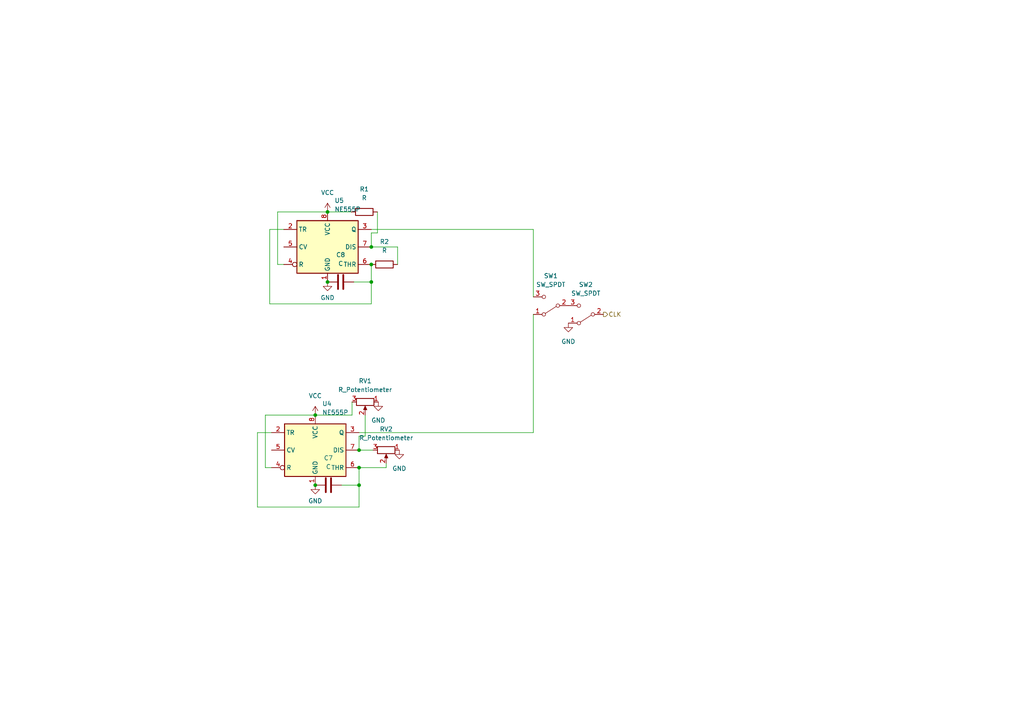
<source format=kicad_sch>
(kicad_sch (version 20211123) (generator eeschema)
  (paper "A4")
  (lib_symbols
    (symbol "Device:C" (pin_numbers hide) (pin_names (offset 0.254))
      (property "Reference" "C" (at 0.635 2.54 0))
      (property "Value" "C" (at 0.635 -2.54 0))
      (symbol "C_0_1"
        (polyline (pts (xy -2.032 -0.762) (xy 2.032 -0.762)) (stroke (width 0.508)))
        (polyline (pts (xy -2.032 0.762) (xy 2.032 0.762)) (stroke (width 0.508)))
      )
      (symbol "C_1_1"
        (pin passive line (at 0 3.81 270) (length 2.794) (name "~") (number "1"))
        (pin passive line (at 0 -3.81 90) (length 2.794) (name "~") (number "2"))
      )
    )
    (symbol "Device:R" (pin_numbers hide) (pin_names (offset 0))
      (property "Reference" "R" (at 2.032 0 90))
      (property "Value" "R" (at 0 0 90))
      (symbol "R_0_1"
        (rectangle (start -1.016 -2.54) (end 1.016 2.54) (stroke (width 0.254)))
      )
      (symbol "R_1_1"
        (pin passive line (at 0 3.81 270) (length 1.27) (name "~") (number "1"))
        (pin passive line (at 0 -3.81 90) (length 1.27) (name "~") (number "2"))
      )
    )
    (symbol "Device:R_Potentiometer" (pin_names (offset 1.016) hide)
      (property "Reference" "RV" (at -4.445 0 90))
      (property "Value" "R_Potentiometer" (at -2.54 0 90))
      (symbol "R_Potentiometer_0_1"
        (polyline (pts (xy 2.54 0) (xy 1.524 0)))
        (polyline (pts (xy 1.143 0) (xy 2.286 0.508) (xy 2.286 -0.508) (xy 1.143 0)) (fill (type outline)))
        (rectangle (start 1.016 2.54) (end -1.016 -2.54) (stroke (width 0.254)))
      )
      (symbol "R_Potentiometer_1_1"
        (pin passive line (at 0 3.81 270) (length 1.27) (name "1") (number "1"))
        (pin passive line (at 3.81 0 180) (length 1.27) (name "2") (number "2"))
        (pin passive line (at 0 -3.81 90) (length 1.27) (name "3") (number "3"))
      )
    )
    (symbol "Switch:SW_SPDT" (pin_names (offset 0) hide)
      (property "Reference" "SW" (at 0 4.318 0))
      (property "Value" "SW_SPDT" (at 0 -5.08 0))
      (symbol "SW_SPDT_0_0"
        (circle (center -2.032 0) (radius 0.508))
        (circle (center 2.032 -2.54) (radius 0.508))
      )
      (symbol "SW_SPDT_0_1"
        (polyline (pts (xy -1.524 0.254) (xy 1.651 2.286)))
        (circle (center 2.032 2.54) (radius 0.508))
      )
      (symbol "SW_SPDT_1_1"
        (pin passive line (at 5.08 2.54 180) (length 2.54) (name "A") (number "1"))
        (pin passive line (at -5.08 0 0) (length 2.54) (name "B") (number "2"))
        (pin passive line (at 5.08 -2.54 180) (length 2.54) (name "C") (number "3"))
      )
    )
    (symbol "Timer:NE555P"
      (property "Reference" "U" (at -10.16 8.89 0))
      (property "Value" "NE555P" (at 2.54 8.89 0))
      (symbol "NE555P_0_0"
        (pin power_in line (at 0 -10.16 90) (length 2.54) (name "GND") (number "1"))
        (pin power_in line (at 0 10.16 270) (length 2.54) (name "VCC") (number "8"))
      )
      (symbol "NE555P_0_1"
        (rectangle (start -8.89 -7.62) (end 8.89 7.62) (stroke (width 0.254)) (fill (type background)))
        (rectangle (start -8.89 -7.62) (end 8.89 7.62) (stroke (width 0.254)) (fill (type background)))
      )
      (symbol "NE555P_1_1"
        (pin input line (at -12.7 5.08 0) (length 3.81) (name "TR") (number "2"))
        (pin output line (at 12.7 5.08 180) (length 3.81) (name "Q") (number "3"))
        (pin input inverted (at -12.7 -5.08 0) (length 3.81) (name "R") (number "4"))
        (pin input line (at -12.7 0 0) (length 3.81) (name "CV") (number "5"))
        (pin input line (at 12.7 -5.08 180) (length 3.81) (name "THR") (number "6"))
        (pin input line (at 12.7 0 180) (length 3.81) (name "DIS") (number "7"))
      )
    )
    (symbol "power:GND" (power) (pin_names (offset 0))
      (property "Value" "GND" (at 0 -3.81 0))
      (symbol "GND_0_1"
        (polyline (pts (xy 0 0) (xy 0 -1.27) (xy 1.27 -1.27) (xy 0 -2.54) (xy -1.27 -1.27) (xy 0 -1.27)))
      )
      (symbol "GND_1_1"
        (pin power_in line (at 0 0 270) (length 0) hide (name "GND") (number "1"))
      )
    )
    (symbol "power:VCC" (power) (pin_names (offset 0))
      (property "Value" "VCC" (at 0 3.81 0))
      (symbol "VCC_0_1"
        (polyline (pts (xy -0.762 1.27) (xy 0 2.54)))
        (polyline (pts (xy 0 0) (xy 0 2.54)))
        (polyline (pts (xy 0 2.54) (xy 0.762 1.27)))
      )
      (symbol "VCC_1_1"
        (pin power_in line (at 0 0 90) (length 0) hide (name "VCC") (number "1"))
      )
    )
  )
  (junction (at 104.14 135.636))
  (junction (at 107.696 76.708))
  (junction (at 104.14 130.556))
  (junction (at 91.44 140.716))
  (junction (at 107.696 81.788))
  (junction (at 107.696 71.628))
  (junction (at 91.44 120.396))
  (junction (at 104.14 140.716))
  (junction (at 94.996 81.788))
  (junction (at 94.996 61.468))
  (wire (pts (xy 107.696 71.628) (xy 115.316 71.628)))
  (wire (pts (xy 107.696 67.564) (xy 109.474 67.564)))
  (wire (pts (xy 115.316 71.628) (xy 115.316 76.708)))
  (wire (pts (xy 104.14 130.556) (xy 108.204 130.556)))
  (wire (pts (xy 104.14 126.492) (xy 105.918 126.492)))
  (wire (pts (xy 154.686 66.548) (xy 107.696 66.548)))
  (wire (pts (xy 107.696 81.788) (xy 107.696 88.138)))
  (wire (pts (xy 76.962 120.396) (xy 91.44 120.396)))
  (wire (pts (xy 107.696 88.138) (xy 78.232 88.138)))
  (wire (pts (xy 80.518 76.708) (xy 80.518 61.468)))
  (wire (pts (xy 104.14 147.066) (xy 74.676 147.066)))
  (wire (pts (xy 94.996 61.468) (xy 101.854 61.468)))
  (wire (pts (xy 112.014 135.636) (xy 104.14 135.636)))
  (wire (pts (xy 104.14 135.636) (xy 104.14 140.716)))
  (wire (pts (xy 109.474 67.564) (xy 109.474 61.468)))
  (wire (pts (xy 104.14 125.476) (xy 154.686 125.476)))
  (wire (pts (xy 102.616 81.788) (xy 107.696 81.788)))
  (wire (pts (xy 107.696 76.708) (xy 107.696 81.788)))
  (wire (pts (xy 91.44 120.396) (xy 102.108 120.396)))
  (wire (pts (xy 74.676 147.066) (xy 74.676 125.476)))
  (wire (pts (xy 82.296 76.708) (xy 80.518 76.708)))
  (wire (pts (xy 78.232 66.548) (xy 82.296 66.548)))
  (wire (pts (xy 107.696 71.628) (xy 107.696 67.564)))
  (wire (pts (xy 104.14 130.556) (xy 104.14 126.492)))
  (wire (pts (xy 105.918 126.492) (xy 105.918 120.396)))
  (wire (pts (xy 78.232 88.138) (xy 78.232 66.548)))
  (wire (pts (xy 104.14 140.716) (xy 104.14 147.066)))
  (wire (pts (xy 74.676 125.476) (xy 78.74 125.476)))
  (wire (pts (xy 80.518 61.468) (xy 94.996 61.468)))
  (wire (pts (xy 154.686 125.476) (xy 154.686 91.186)))
  (wire (pts (xy 99.06 140.716) (xy 104.14 140.716)))
  (wire (pts (xy 102.108 116.586) (xy 102.108 120.396)))
  (wire (pts (xy 112.014 134.366) (xy 112.014 135.636)))
  (wire (pts (xy 78.74 135.636) (xy 76.962 135.636)))
  (wire (pts (xy 154.686 86.106) (xy 154.686 66.548)))
  (wire (pts (xy 76.962 135.636) (xy 76.962 120.396)))
  (hierarchical_label "CLK" (shape output) (at 175.006 91.186 0))
  (symbol (lib_id "power:GND") (at 94.996 81.788 0) (unit 1)
    (property "Reference" "#PWR0118" (effects hide))
    (property "Value" "GND" (at 94.996 86.36 0))
  )
  (symbol (lib_id "Device:C") (at 98.806 81.788 90) (unit 1)
    (property "Reference" "C8" (at 98.806 73.914 90))
    (property "Value" "C" (at 98.806 76.454 90))
    (property "Footprint" "Capacitor_THT:C_Disc_D3.0mm_W2.0mm_P2.50mm" (effects hide))
  )
  (symbol (lib_id "Timer:NE555P") (at 91.44 130.556 0) (unit 1)
    (property "Reference" "U4" (at 93.4594 117.094 0) (effects (justify left)))
    (property "Value" "NE555P" (at 93.4594 119.634 0) (effects (justify left)))
    (property "Footprint" "Package_DIP:DIP-8_W7.62mm" (effects hide))
    (property "Datasheet" "http://www.ti.com/lit/ds/symlink/ne555.pdf" (effects hide))
  )
  (symbol (lib_id "Device:C") (at 95.25 140.716 90) (unit 1)
    (property "Reference" "C7" (at 95.25 132.842 90))
    (property "Value" "C" (at 95.25 135.382 90))
    (property "Footprint" "Capacitor_THT:C_Disc_D3.0mm_W2.0mm_P2.50mm" (effects hide))
  )
  (symbol (lib_id "Switch:SW_SPDT") (at 159.766 88.646 180) (unit 1)
    (property "Reference" "SW1" (at 159.766 80.01 0))
    (property "Value" "SW_SPDT" (at 159.766 82.55 0))
    (property "Footprint" "Button_Switch_THT:SW_CuK_OS102011MA1QN1_SPDT_Angled" (effects hide))
  )
  (symbol (lib_id "power:GND") (at 164.846 93.726 0) (unit 1)
    (property "Reference" "#PWR0124" (effects hide))
    (property "Value" "GND" (at 164.846 99.06 0))
  )
  (symbol (lib_id "power:GND") (at 91.44 140.716 0) (unit 1)
    (property "Reference" "#PWR0119" (effects hide))
    (property "Value" "GND" (at 91.44 145.288 0))
  )
  (symbol (lib_id "Timer:NE555P") (at 94.996 71.628 0) (unit 1)
    (property "Reference" "U5" (at 97.0154 58.166 0) (effects (justify left)))
    (property "Value" "NE555P" (at 97.0154 60.706 0) (effects (justify left)))
    (property "Footprint" "Package_DIP:DIP-8_W7.62mm" (effects hide))
    (property "Datasheet" "http://www.ti.com/lit/ds/symlink/ne555.pdf" (effects hide))
  )
  (symbol (lib_id "power:VCC") (at 91.44 120.396 0) (unit 1)
    (property "Reference" "#PWR0122" (effects hide))
    (property "Value" "VCC" (at 91.44 114.808 0))
  )
  (symbol (lib_id "Switch:SW_SPDT") (at 169.926 91.186 180) (unit 1)
    (property "Reference" "SW2" (at 169.926 82.55 0))
    (property "Value" "SW_SPDT" (at 169.926 85.09 0))
    (property "Footprint" "Button_Switch_THT:SW_CuK_OS102011MA1QN1_SPDT_Angled" (effects hide))
  )
  (symbol (lib_id "Device:R_Potentiometer") (at 112.014 130.556 270) (unit 1)
    (property "Reference" "RV2" (at 112.014 124.46 90))
    (property "Value" "R_Potentiometer" (at 112.014 127 90))
    (property "Footprint" "Potentiometer_THT:Potentiometer_ACP_CA9-V10_Vertical" (effects hide))
  )
  (symbol (lib_id "power:VCC") (at 94.996 61.468 0) (unit 1)
    (property "Reference" "#PWR0123" (effects hide))
    (property "Value" "VCC" (at 94.996 55.88 0))
  )
  (symbol (lib_id "Device:R") (at 105.664 61.468 90) (unit 1)
    (property "Reference" "R1" (at 105.664 54.864 90))
    (property "Value" "R" (at 105.664 57.404 90))
    (property "Footprint" "Resistor_THT:R_Axial_DIN0204_L3.6mm_D1.6mm_P2.54mm_Vertical" (effects hide))
  )
  (symbol (lib_id "Device:R") (at 111.506 76.708 90) (unit 1)
    (property "Reference" "R2" (at 111.506 70.104 90))
    (property "Value" "R" (at 111.506 72.644 90))
    (property "Footprint" "Resistor_THT:R_Axial_DIN0204_L3.6mm_D1.6mm_P2.54mm_Vertical" (effects hide))
  )
  (symbol (lib_id "power:GND") (at 115.824 130.556 0) (unit 1)
    (property "Reference" "#PWR0120" (effects hide))
    (property "Value" "GND" (at 115.824 135.89 0))
  )
  (symbol (lib_id "Device:R_Potentiometer") (at 105.918 116.586 270) (unit 1)
    (property "Reference" "RV1" (at 105.918 110.49 90))
    (property "Value" "R_Potentiometer" (at 105.918 113.03 90))
    (property "Footprint" "Potentiometer_THT:Potentiometer_ACP_CA9-V10_Vertical" (effects hide))
  )
  (symbol (lib_id "power:GND") (at 109.728 116.586 0) (unit 1)
    (property "Reference" "#PWR0121" (effects hide))
    (property "Value" "GND" (at 109.728 121.92 0))
  )
)
</source>
